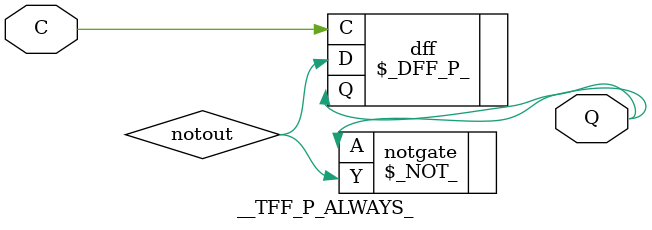
<source format=v>
module __TFF_P_ALWAYS_ (C, Q);
input C;
output wire Q;
wire notout;
$_NOT_ notgate (
    .A(Q),
    .Y(notout),
);
$_DFF_P_ dff (
    .C(C),
    .D(notout),
    .Q(Q),
);
endmodule
</source>
